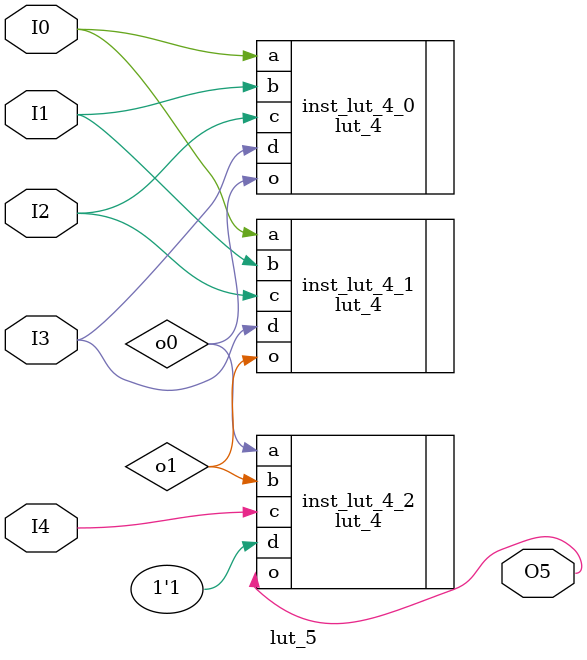
<source format=v>

module lut_5
#(parameter INIT5=32'h0000_0000)
(
    input     I0    ,
    input     I1    ,
    input     I2    ,
    input     I3    ,
    input     I4    ,
    
    output    O5    
);


wire o0,o1;


/*  assign O5=(I4==1'b1)?o1:o0;  */



lut_4
#(.INIT(INIT5[15:0]))
inst_lut_4_0(
    .a (I0)  ,
    .b (I1)  ,
    .c (I2)  ,
    .d (I3)  ,

    .o (o0)
);


lut_4
#(.INIT(INIT5[31:16]))
inst_lut_4_1(
    .a (I0)  ,
    .b (I1)  ,
    .c (I2)  ,
    .d (I3)  ,

    .o (o1)
);


 lut_4
#(.INIT(16'hca00))
inst_lut_4_2(
    .a (o0)  ,
    .b (o1)  ,
    .c (I4)  ,
    .d (1'b1)  ,

    .o (O5)
);


endmodule


</source>
